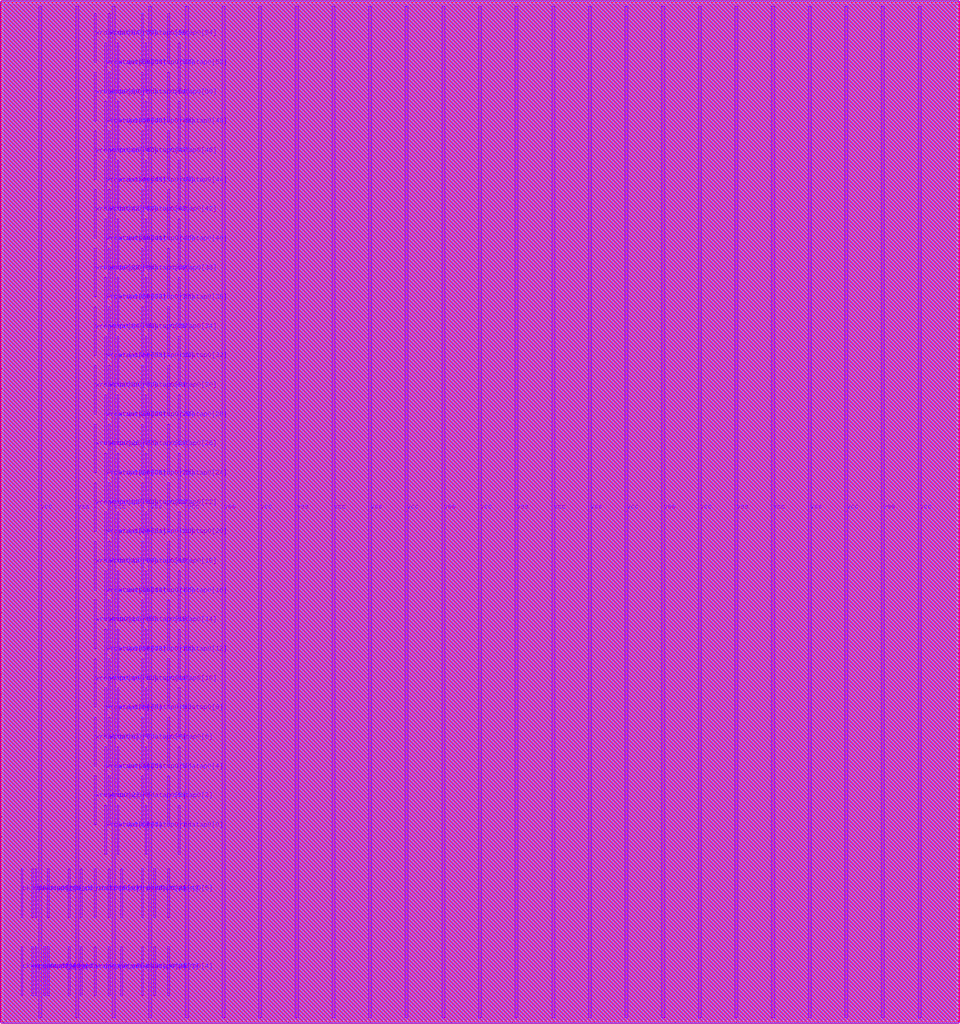
<source format=lef>
VERSION 5.8 ;
BUSBITCHARS "[]" ;
DIVIDERCHAR "/" ;

UNITS
  DATABASE MICRONS 4000 ;
END UNITS

MANUFACTURINGGRID 0.0005 ;

MACRO arf054b128e1r1w0cbbehraa4acw
  CLASS BLOCK ;
  ORIGIN 0 0 ;
  FOREIGN arf054b128e1r1w0cbbehraa4acw 0 0 ;
  SIZE 23.4 BY 24.96 ;
  PIN ckrdp0
    DIRECTION INPUT ;
    USE SIGNAL ;
    PORT
      LAYER m7 ;
        RECT 0.428 2.52 0.472 3.72 ;
    END
  END ckrdp0
  PIN ckwrp0
    DIRECTION INPUT ;
    USE SIGNAL ;
    PORT
      LAYER m7 ;
        RECT 0.428 0.6 0.472 1.8 ;
    END
  END ckwrp0
  PIN rdaddrp0[0]
    DIRECTION INPUT ;
    USE SIGNAL ;
    PORT
      LAYER m7 ;
        RECT 2.228 2.52 2.272 3.72 ;
    END
  END rdaddrp0[0]
  PIN rdaddrp0[1]
    DIRECTION INPUT ;
    USE SIGNAL ;
    PORT
      LAYER m7 ;
        RECT 2.572 2.52 2.616 3.72 ;
    END
  END rdaddrp0[1]
  PIN rdaddrp0[2]
    DIRECTION INPUT ;
    USE SIGNAL ;
    PORT
      LAYER m7 ;
        RECT 2.872 2.52 2.916 3.72 ;
    END
  END rdaddrp0[2]
  PIN rdaddrp0[3]
    DIRECTION INPUT ;
    USE SIGNAL ;
    PORT
      LAYER m7 ;
        RECT 3.384 2.52 3.428 3.72 ;
    END
  END rdaddrp0[3]
  PIN rdaddrp0[4]
    DIRECTION INPUT ;
    USE SIGNAL ;
    PORT
      LAYER m7 ;
        RECT 3.684 2.52 3.728 3.72 ;
    END
  END rdaddrp0[4]
  PIN rdaddrp0[5]
    DIRECTION INPUT ;
    USE SIGNAL ;
    PORT
      LAYER m7 ;
        RECT 4.028 2.52 4.072 3.72 ;
    END
  END rdaddrp0[5]
  PIN rdaddrp0[6]
    DIRECTION INPUT ;
    USE SIGNAL ;
    PORT
      LAYER m7 ;
        RECT 0.684 2.52 0.728 3.72 ;
    END
  END rdaddrp0[6]
  PIN rdaddrp0_fd
    DIRECTION INPUT ;
    USE SIGNAL ;
    PORT
      LAYER m7 ;
        RECT 0.772 2.52 0.816 3.72 ;
    END
  END rdaddrp0_fd
  PIN rdaddrp0_rd
    DIRECTION INPUT ;
    USE SIGNAL ;
    PORT
      LAYER m7 ;
        RECT 1.072 2.52 1.116 3.72 ;
    END
  END rdaddrp0_rd
  PIN rddatap0[0]
    DIRECTION OUTPUT ;
    USE SIGNAL ;
    PORT
      LAYER m7 ;
        RECT 4.284 4.08 4.328 5.28 ;
    END
  END rddatap0[0]
  PIN rddatap0[10]
    DIRECTION OUTPUT ;
    USE SIGNAL ;
    PORT
      LAYER m7 ;
        RECT 4.028 7.68 4.072 8.88 ;
    END
  END rddatap0[10]
  PIN rddatap0[11]
    DIRECTION OUTPUT ;
    USE SIGNAL ;
    PORT
      LAYER m7 ;
        RECT 3.384 7.68 3.428 8.88 ;
    END
  END rddatap0[11]
  PIN rddatap0[12]
    DIRECTION OUTPUT ;
    USE SIGNAL ;
    PORT
      LAYER m7 ;
        RECT 4.284 8.4 4.328 9.6 ;
    END
  END rddatap0[12]
  PIN rddatap0[13]
    DIRECTION OUTPUT ;
    USE SIGNAL ;
    PORT
      LAYER m7 ;
        RECT 3.472 8.4 3.516 9.6 ;
    END
  END rddatap0[13]
  PIN rddatap0[14]
    DIRECTION OUTPUT ;
    USE SIGNAL ;
    PORT
      LAYER m7 ;
        RECT 4.028 9.12 4.072 10.32 ;
    END
  END rddatap0[14]
  PIN rddatap0[15]
    DIRECTION OUTPUT ;
    USE SIGNAL ;
    PORT
      LAYER m7 ;
        RECT 3.384 9.12 3.428 10.32 ;
    END
  END rddatap0[15]
  PIN rddatap0[16]
    DIRECTION OUTPUT ;
    USE SIGNAL ;
    PORT
      LAYER m7 ;
        RECT 4.284 9.84 4.328 11.04 ;
    END
  END rddatap0[16]
  PIN rddatap0[17]
    DIRECTION OUTPUT ;
    USE SIGNAL ;
    PORT
      LAYER m7 ;
        RECT 3.472 9.84 3.516 11.04 ;
    END
  END rddatap0[17]
  PIN rddatap0[18]
    DIRECTION OUTPUT ;
    USE SIGNAL ;
    PORT
      LAYER m7 ;
        RECT 4.028 10.56 4.072 11.76 ;
    END
  END rddatap0[18]
  PIN rddatap0[19]
    DIRECTION OUTPUT ;
    USE SIGNAL ;
    PORT
      LAYER m7 ;
        RECT 3.384 10.56 3.428 11.76 ;
    END
  END rddatap0[19]
  PIN rddatap0[1]
    DIRECTION OUTPUT ;
    USE SIGNAL ;
    PORT
      LAYER m7 ;
        RECT 3.472 4.08 3.516 5.28 ;
    END
  END rddatap0[1]
  PIN rddatap0[20]
    DIRECTION OUTPUT ;
    USE SIGNAL ;
    PORT
      LAYER m7 ;
        RECT 4.284 11.28 4.328 12.48 ;
    END
  END rddatap0[20]
  PIN rddatap0[21]
    DIRECTION OUTPUT ;
    USE SIGNAL ;
    PORT
      LAYER m7 ;
        RECT 3.472 11.28 3.516 12.48 ;
    END
  END rddatap0[21]
  PIN rddatap0[22]
    DIRECTION OUTPUT ;
    USE SIGNAL ;
    PORT
      LAYER m7 ;
        RECT 4.028 12 4.072 13.2 ;
    END
  END rddatap0[22]
  PIN rddatap0[23]
    DIRECTION OUTPUT ;
    USE SIGNAL ;
    PORT
      LAYER m7 ;
        RECT 3.384 12 3.428 13.2 ;
    END
  END rddatap0[23]
  PIN rddatap0[24]
    DIRECTION OUTPUT ;
    USE SIGNAL ;
    PORT
      LAYER m7 ;
        RECT 4.284 12.72 4.328 13.92 ;
    END
  END rddatap0[24]
  PIN rddatap0[25]
    DIRECTION OUTPUT ;
    USE SIGNAL ;
    PORT
      LAYER m7 ;
        RECT 3.472 12.72 3.516 13.92 ;
    END
  END rddatap0[25]
  PIN rddatap0[26]
    DIRECTION OUTPUT ;
    USE SIGNAL ;
    PORT
      LAYER m7 ;
        RECT 4.028 13.44 4.072 14.64 ;
    END
  END rddatap0[26]
  PIN rddatap0[27]
    DIRECTION OUTPUT ;
    USE SIGNAL ;
    PORT
      LAYER m7 ;
        RECT 3.384 13.44 3.428 14.64 ;
    END
  END rddatap0[27]
  PIN rddatap0[28]
    DIRECTION OUTPUT ;
    USE SIGNAL ;
    PORT
      LAYER m7 ;
        RECT 4.284 14.16 4.328 15.36 ;
    END
  END rddatap0[28]
  PIN rddatap0[29]
    DIRECTION OUTPUT ;
    USE SIGNAL ;
    PORT
      LAYER m7 ;
        RECT 3.472 14.16 3.516 15.36 ;
    END
  END rddatap0[29]
  PIN rddatap0[2]
    DIRECTION OUTPUT ;
    USE SIGNAL ;
    PORT
      LAYER m7 ;
        RECT 4.028 4.8 4.072 6 ;
    END
  END rddatap0[2]
  PIN rddatap0[30]
    DIRECTION OUTPUT ;
    USE SIGNAL ;
    PORT
      LAYER m7 ;
        RECT 4.028 14.88 4.072 16.08 ;
    END
  END rddatap0[30]
  PIN rddatap0[31]
    DIRECTION OUTPUT ;
    USE SIGNAL ;
    PORT
      LAYER m7 ;
        RECT 3.384 14.88 3.428 16.08 ;
    END
  END rddatap0[31]
  PIN rddatap0[32]
    DIRECTION OUTPUT ;
    USE SIGNAL ;
    PORT
      LAYER m7 ;
        RECT 4.284 15.6 4.328 16.8 ;
    END
  END rddatap0[32]
  PIN rddatap0[33]
    DIRECTION OUTPUT ;
    USE SIGNAL ;
    PORT
      LAYER m7 ;
        RECT 3.472 15.6 3.516 16.8 ;
    END
  END rddatap0[33]
  PIN rddatap0[34]
    DIRECTION OUTPUT ;
    USE SIGNAL ;
    PORT
      LAYER m7 ;
        RECT 4.028 16.32 4.072 17.52 ;
    END
  END rddatap0[34]
  PIN rddatap0[35]
    DIRECTION OUTPUT ;
    USE SIGNAL ;
    PORT
      LAYER m7 ;
        RECT 3.384 16.32 3.428 17.52 ;
    END
  END rddatap0[35]
  PIN rddatap0[36]
    DIRECTION OUTPUT ;
    USE SIGNAL ;
    PORT
      LAYER m7 ;
        RECT 4.284 17.04 4.328 18.24 ;
    END
  END rddatap0[36]
  PIN rddatap0[37]
    DIRECTION OUTPUT ;
    USE SIGNAL ;
    PORT
      LAYER m7 ;
        RECT 3.472 17.04 3.516 18.24 ;
    END
  END rddatap0[37]
  PIN rddatap0[38]
    DIRECTION OUTPUT ;
    USE SIGNAL ;
    PORT
      LAYER m7 ;
        RECT 4.028 17.76 4.072 18.96 ;
    END
  END rddatap0[38]
  PIN rddatap0[39]
    DIRECTION OUTPUT ;
    USE SIGNAL ;
    PORT
      LAYER m7 ;
        RECT 3.384 17.76 3.428 18.96 ;
    END
  END rddatap0[39]
  PIN rddatap0[3]
    DIRECTION OUTPUT ;
    USE SIGNAL ;
    PORT
      LAYER m7 ;
        RECT 3.384 4.8 3.428 6 ;
    END
  END rddatap0[3]
  PIN rddatap0[40]
    DIRECTION OUTPUT ;
    USE SIGNAL ;
    PORT
      LAYER m7 ;
        RECT 4.284 18.48 4.328 19.68 ;
    END
  END rddatap0[40]
  PIN rddatap0[41]
    DIRECTION OUTPUT ;
    USE SIGNAL ;
    PORT
      LAYER m7 ;
        RECT 3.472 18.48 3.516 19.68 ;
    END
  END rddatap0[41]
  PIN rddatap0[42]
    DIRECTION OUTPUT ;
    USE SIGNAL ;
    PORT
      LAYER m7 ;
        RECT 4.028 19.2 4.072 20.4 ;
    END
  END rddatap0[42]
  PIN rddatap0[43]
    DIRECTION OUTPUT ;
    USE SIGNAL ;
    PORT
      LAYER m7 ;
        RECT 3.384 19.2 3.428 20.4 ;
    END
  END rddatap0[43]
  PIN rddatap0[44]
    DIRECTION OUTPUT ;
    USE SIGNAL ;
    PORT
      LAYER m7 ;
        RECT 4.284 19.92 4.328 21.12 ;
    END
  END rddatap0[44]
  PIN rddatap0[45]
    DIRECTION OUTPUT ;
    USE SIGNAL ;
    PORT
      LAYER m7 ;
        RECT 3.472 19.92 3.516 21.12 ;
    END
  END rddatap0[45]
  PIN rddatap0[46]
    DIRECTION OUTPUT ;
    USE SIGNAL ;
    PORT
      LAYER m7 ;
        RECT 4.028 20.64 4.072 21.84 ;
    END
  END rddatap0[46]
  PIN rddatap0[47]
    DIRECTION OUTPUT ;
    USE SIGNAL ;
    PORT
      LAYER m7 ;
        RECT 3.384 20.64 3.428 21.84 ;
    END
  END rddatap0[47]
  PIN rddatap0[48]
    DIRECTION OUTPUT ;
    USE SIGNAL ;
    PORT
      LAYER m7 ;
        RECT 4.284 21.36 4.328 22.56 ;
    END
  END rddatap0[48]
  PIN rddatap0[49]
    DIRECTION OUTPUT ;
    USE SIGNAL ;
    PORT
      LAYER m7 ;
        RECT 3.472 21.36 3.516 22.56 ;
    END
  END rddatap0[49]
  PIN rddatap0[4]
    DIRECTION OUTPUT ;
    USE SIGNAL ;
    PORT
      LAYER m7 ;
        RECT 4.284 5.52 4.328 6.72 ;
    END
  END rddatap0[4]
  PIN rddatap0[50]
    DIRECTION OUTPUT ;
    USE SIGNAL ;
    PORT
      LAYER m7 ;
        RECT 4.028 22.08 4.072 23.28 ;
    END
  END rddatap0[50]
  PIN rddatap0[51]
    DIRECTION OUTPUT ;
    USE SIGNAL ;
    PORT
      LAYER m7 ;
        RECT 3.384 22.08 3.428 23.28 ;
    END
  END rddatap0[51]
  PIN rddatap0[52]
    DIRECTION OUTPUT ;
    USE SIGNAL ;
    PORT
      LAYER m7 ;
        RECT 4.284 22.8 4.328 24 ;
    END
  END rddatap0[52]
  PIN rddatap0[53]
    DIRECTION OUTPUT ;
    USE SIGNAL ;
    PORT
      LAYER m7 ;
        RECT 3.472 22.8 3.516 24 ;
    END
  END rddatap0[53]
  PIN rddatap0[54]
    DIRECTION OUTPUT ;
    USE SIGNAL ;
    PORT
      LAYER m7 ;
        RECT 4.028 23.52 4.072 24.72 ;
    END
  END rddatap0[54]
  PIN rddatap0[55]
    DIRECTION OUTPUT ;
    USE SIGNAL ;
    PORT
      LAYER m7 ;
        RECT 3.384 23.52 3.428 24.72 ;
    END
  END rddatap0[55]
  PIN rddatap0[5]
    DIRECTION OUTPUT ;
    USE SIGNAL ;
    PORT
      LAYER m7 ;
        RECT 3.472 5.52 3.516 6.72 ;
    END
  END rddatap0[5]
  PIN rddatap0[6]
    DIRECTION OUTPUT ;
    USE SIGNAL ;
    PORT
      LAYER m7 ;
        RECT 4.028 6.24 4.072 7.44 ;
    END
  END rddatap0[6]
  PIN rddatap0[7]
    DIRECTION OUTPUT ;
    USE SIGNAL ;
    PORT
      LAYER m7 ;
        RECT 3.384 6.24 3.428 7.44 ;
    END
  END rddatap0[7]
  PIN rddatap0[8]
    DIRECTION OUTPUT ;
    USE SIGNAL ;
    PORT
      LAYER m7 ;
        RECT 4.284 6.96 4.328 8.16 ;
    END
  END rddatap0[8]
  PIN rddatap0[9]
    DIRECTION OUTPUT ;
    USE SIGNAL ;
    PORT
      LAYER m7 ;
        RECT 3.472 6.96 3.516 8.16 ;
    END
  END rddatap0[9]
  PIN rdenp0
    DIRECTION INPUT ;
    USE SIGNAL ;
    PORT
      LAYER m7 ;
        RECT 1.584 2.52 1.628 3.72 ;
    END
  END rdenp0
  PIN sdl_initp0
    DIRECTION INPUT ;
    USE SIGNAL ;
    PORT
      LAYER m7 ;
        RECT 1.884 2.52 1.928 3.72 ;
    END
  END sdl_initp0
  PIN vcc
    DIRECTION INPUT ;
    USE POWER ;
    PORT
      LAYER m7 ;
        RECT 22.462 0.06 22.538 24.9 ;
    END
    PORT
      LAYER m7 ;
        RECT 20.662 0.06 20.738 24.9 ;
    END
    PORT
      LAYER m7 ;
        RECT 18.862 0.06 18.938 24.9 ;
    END
    PORT
      LAYER m7 ;
        RECT 17.062 0.06 17.138 24.9 ;
    END
    PORT
      LAYER m7 ;
        RECT 15.262 0.06 15.338 24.9 ;
    END
    PORT
      LAYER m7 ;
        RECT 13.462 0.06 13.538 24.9 ;
    END
    PORT
      LAYER m7 ;
        RECT 11.662 0.06 11.738 24.9 ;
    END
    PORT
      LAYER m7 ;
        RECT 9.862 0.06 9.938 24.9 ;
    END
    PORT
      LAYER m7 ;
        RECT 8.062 0.06 8.138 24.9 ;
    END
    PORT
      LAYER m7 ;
        RECT 6.262 0.06 6.338 24.9 ;
    END
    PORT
      LAYER m7 ;
        RECT 4.462 0.06 4.538 24.9 ;
    END
    PORT
      LAYER m7 ;
        RECT 2.662 0.06 2.738 24.9 ;
    END
    PORT
      LAYER m7 ;
        RECT 0.862 0.06 0.938 24.9 ;
    END
  END vcc
  PIN vss
    DIRECTION INOUT ;
    USE GROUND ;
    PORT
      LAYER m7 ;
        RECT 21.562 0.06 21.638 24.9 ;
    END
    PORT
      LAYER m7 ;
        RECT 19.762 0.06 19.838 24.9 ;
    END
    PORT
      LAYER m7 ;
        RECT 17.962 0.06 18.038 24.9 ;
    END
    PORT
      LAYER m7 ;
        RECT 16.162 0.06 16.238 24.9 ;
    END
    PORT
      LAYER m7 ;
        RECT 14.362 0.06 14.438 24.9 ;
    END
    PORT
      LAYER m7 ;
        RECT 12.562 0.06 12.638 24.9 ;
    END
    PORT
      LAYER m7 ;
        RECT 10.762 0.06 10.838 24.9 ;
    END
    PORT
      LAYER m7 ;
        RECT 8.962 0.06 9.038 24.9 ;
    END
    PORT
      LAYER m7 ;
        RECT 7.162 0.06 7.238 24.9 ;
    END
    PORT
      LAYER m7 ;
        RECT 5.362 0.06 5.438 24.9 ;
    END
    PORT
      LAYER m7 ;
        RECT 3.562 0.06 3.638 24.9 ;
    END
    PORT
      LAYER m7 ;
        RECT 1.762 0.06 1.838 24.9 ;
    END
  END vss
  PIN wraddrp0[0]
    DIRECTION INPUT ;
    USE SIGNAL ;
    PORT
      LAYER m7 ;
        RECT 2.572 0.6 2.616 1.8 ;
    END
  END wraddrp0[0]
  PIN wraddrp0[1]
    DIRECTION INPUT ;
    USE SIGNAL ;
    PORT
      LAYER m7 ;
        RECT 2.872 0.6 2.916 1.8 ;
    END
  END wraddrp0[1]
  PIN wraddrp0[2]
    DIRECTION INPUT ;
    USE SIGNAL ;
    PORT
      LAYER m7 ;
        RECT 3.384 0.6 3.428 1.8 ;
    END
  END wraddrp0[2]
  PIN wraddrp0[3]
    DIRECTION INPUT ;
    USE SIGNAL ;
    PORT
      LAYER m7 ;
        RECT 3.684 0.6 3.728 1.8 ;
    END
  END wraddrp0[3]
  PIN wraddrp0[4]
    DIRECTION INPUT ;
    USE SIGNAL ;
    PORT
      LAYER m7 ;
        RECT 4.028 0.6 4.072 1.8 ;
    END
  END wraddrp0[4]
  PIN wraddrp0[5]
    DIRECTION INPUT ;
    USE SIGNAL ;
    PORT
      LAYER m7 ;
        RECT 0.684 0.6 0.728 1.8 ;
    END
  END wraddrp0[5]
  PIN wraddrp0[6]
    DIRECTION INPUT ;
    USE SIGNAL ;
    PORT
      LAYER m7 ;
        RECT 0.984 0.6 1.028 1.8 ;
    END
  END wraddrp0[6]
  PIN wraddrp0_fd
    DIRECTION INPUT ;
    USE SIGNAL ;
    PORT
      LAYER m7 ;
        RECT 0.772 0.6 0.816 1.8 ;
    END
  END wraddrp0_fd
  PIN wraddrp0_rd
    DIRECTION INPUT ;
    USE SIGNAL ;
    PORT
      LAYER m7 ;
        RECT 1.072 0.6 1.116 1.8 ;
    END
  END wraddrp0_rd
  PIN wrdatap0[0]
    DIRECTION INPUT ;
    USE SIGNAL ;
    PORT
      LAYER m7 ;
        RECT 2.484 4.08 2.528 5.28 ;
    END
  END wrdatap0[0]
  PIN wrdatap0[10]
    DIRECTION INPUT ;
    USE SIGNAL ;
    PORT
      LAYER m7 ;
        RECT 2.228 7.68 2.272 8.88 ;
    END
  END wrdatap0[10]
  PIN wrdatap0[11]
    DIRECTION INPUT ;
    USE SIGNAL ;
    PORT
      LAYER m7 ;
        RECT 2.572 7.68 2.616 8.88 ;
    END
  END wrdatap0[11]
  PIN wrdatap0[12]
    DIRECTION INPUT ;
    USE SIGNAL ;
    PORT
      LAYER m7 ;
        RECT 2.484 8.4 2.528 9.6 ;
    END
  END wrdatap0[12]
  PIN wrdatap0[13]
    DIRECTION INPUT ;
    USE SIGNAL ;
    PORT
      LAYER m7 ;
        RECT 2.784 8.4 2.828 9.6 ;
    END
  END wrdatap0[13]
  PIN wrdatap0[14]
    DIRECTION INPUT ;
    USE SIGNAL ;
    PORT
      LAYER m7 ;
        RECT 2.228 9.12 2.272 10.32 ;
    END
  END wrdatap0[14]
  PIN wrdatap0[15]
    DIRECTION INPUT ;
    USE SIGNAL ;
    PORT
      LAYER m7 ;
        RECT 2.572 9.12 2.616 10.32 ;
    END
  END wrdatap0[15]
  PIN wrdatap0[16]
    DIRECTION INPUT ;
    USE SIGNAL ;
    PORT
      LAYER m7 ;
        RECT 2.484 9.84 2.528 11.04 ;
    END
  END wrdatap0[16]
  PIN wrdatap0[17]
    DIRECTION INPUT ;
    USE SIGNAL ;
    PORT
      LAYER m7 ;
        RECT 2.784 9.84 2.828 11.04 ;
    END
  END wrdatap0[17]
  PIN wrdatap0[18]
    DIRECTION INPUT ;
    USE SIGNAL ;
    PORT
      LAYER m7 ;
        RECT 2.228 10.56 2.272 11.76 ;
    END
  END wrdatap0[18]
  PIN wrdatap0[19]
    DIRECTION INPUT ;
    USE SIGNAL ;
    PORT
      LAYER m7 ;
        RECT 2.572 10.56 2.616 11.76 ;
    END
  END wrdatap0[19]
  PIN wrdatap0[1]
    DIRECTION INPUT ;
    USE SIGNAL ;
    PORT
      LAYER m7 ;
        RECT 2.784 4.08 2.828 5.28 ;
    END
  END wrdatap0[1]
  PIN wrdatap0[20]
    DIRECTION INPUT ;
    USE SIGNAL ;
    PORT
      LAYER m7 ;
        RECT 2.484 11.28 2.528 12.48 ;
    END
  END wrdatap0[20]
  PIN wrdatap0[21]
    DIRECTION INPUT ;
    USE SIGNAL ;
    PORT
      LAYER m7 ;
        RECT 2.784 11.28 2.828 12.48 ;
    END
  END wrdatap0[21]
  PIN wrdatap0[22]
    DIRECTION INPUT ;
    USE SIGNAL ;
    PORT
      LAYER m7 ;
        RECT 2.228 12 2.272 13.2 ;
    END
  END wrdatap0[22]
  PIN wrdatap0[23]
    DIRECTION INPUT ;
    USE SIGNAL ;
    PORT
      LAYER m7 ;
        RECT 2.572 12 2.616 13.2 ;
    END
  END wrdatap0[23]
  PIN wrdatap0[24]
    DIRECTION INPUT ;
    USE SIGNAL ;
    PORT
      LAYER m7 ;
        RECT 2.484 12.72 2.528 13.92 ;
    END
  END wrdatap0[24]
  PIN wrdatap0[25]
    DIRECTION INPUT ;
    USE SIGNAL ;
    PORT
      LAYER m7 ;
        RECT 2.784 12.72 2.828 13.92 ;
    END
  END wrdatap0[25]
  PIN wrdatap0[26]
    DIRECTION INPUT ;
    USE SIGNAL ;
    PORT
      LAYER m7 ;
        RECT 2.228 13.44 2.272 14.64 ;
    END
  END wrdatap0[26]
  PIN wrdatap0[27]
    DIRECTION INPUT ;
    USE SIGNAL ;
    PORT
      LAYER m7 ;
        RECT 2.572 13.44 2.616 14.64 ;
    END
  END wrdatap0[27]
  PIN wrdatap0[28]
    DIRECTION INPUT ;
    USE SIGNAL ;
    PORT
      LAYER m7 ;
        RECT 2.484 14.16 2.528 15.36 ;
    END
  END wrdatap0[28]
  PIN wrdatap0[29]
    DIRECTION INPUT ;
    USE SIGNAL ;
    PORT
      LAYER m7 ;
        RECT 2.784 14.16 2.828 15.36 ;
    END
  END wrdatap0[29]
  PIN wrdatap0[2]
    DIRECTION INPUT ;
    USE SIGNAL ;
    PORT
      LAYER m7 ;
        RECT 2.228 4.8 2.272 6 ;
    END
  END wrdatap0[2]
  PIN wrdatap0[30]
    DIRECTION INPUT ;
    USE SIGNAL ;
    PORT
      LAYER m7 ;
        RECT 2.228 14.88 2.272 16.08 ;
    END
  END wrdatap0[30]
  PIN wrdatap0[31]
    DIRECTION INPUT ;
    USE SIGNAL ;
    PORT
      LAYER m7 ;
        RECT 2.572 14.88 2.616 16.08 ;
    END
  END wrdatap0[31]
  PIN wrdatap0[32]
    DIRECTION INPUT ;
    USE SIGNAL ;
    PORT
      LAYER m7 ;
        RECT 2.484 15.6 2.528 16.8 ;
    END
  END wrdatap0[32]
  PIN wrdatap0[33]
    DIRECTION INPUT ;
    USE SIGNAL ;
    PORT
      LAYER m7 ;
        RECT 2.784 15.6 2.828 16.8 ;
    END
  END wrdatap0[33]
  PIN wrdatap0[34]
    DIRECTION INPUT ;
    USE SIGNAL ;
    PORT
      LAYER m7 ;
        RECT 2.228 16.32 2.272 17.52 ;
    END
  END wrdatap0[34]
  PIN wrdatap0[35]
    DIRECTION INPUT ;
    USE SIGNAL ;
    PORT
      LAYER m7 ;
        RECT 2.572 16.32 2.616 17.52 ;
    END
  END wrdatap0[35]
  PIN wrdatap0[36]
    DIRECTION INPUT ;
    USE SIGNAL ;
    PORT
      LAYER m7 ;
        RECT 2.484 17.04 2.528 18.24 ;
    END
  END wrdatap0[36]
  PIN wrdatap0[37]
    DIRECTION INPUT ;
    USE SIGNAL ;
    PORT
      LAYER m7 ;
        RECT 2.784 17.04 2.828 18.24 ;
    END
  END wrdatap0[37]
  PIN wrdatap0[38]
    DIRECTION INPUT ;
    USE SIGNAL ;
    PORT
      LAYER m7 ;
        RECT 2.228 17.76 2.272 18.96 ;
    END
  END wrdatap0[38]
  PIN wrdatap0[39]
    DIRECTION INPUT ;
    USE SIGNAL ;
    PORT
      LAYER m7 ;
        RECT 2.572 17.76 2.616 18.96 ;
    END
  END wrdatap0[39]
  PIN wrdatap0[3]
    DIRECTION INPUT ;
    USE SIGNAL ;
    PORT
      LAYER m7 ;
        RECT 2.572 4.8 2.616 6 ;
    END
  END wrdatap0[3]
  PIN wrdatap0[40]
    DIRECTION INPUT ;
    USE SIGNAL ;
    PORT
      LAYER m7 ;
        RECT 2.484 18.48 2.528 19.68 ;
    END
  END wrdatap0[40]
  PIN wrdatap0[41]
    DIRECTION INPUT ;
    USE SIGNAL ;
    PORT
      LAYER m7 ;
        RECT 2.784 18.48 2.828 19.68 ;
    END
  END wrdatap0[41]
  PIN wrdatap0[42]
    DIRECTION INPUT ;
    USE SIGNAL ;
    PORT
      LAYER m7 ;
        RECT 2.228 19.2 2.272 20.4 ;
    END
  END wrdatap0[42]
  PIN wrdatap0[43]
    DIRECTION INPUT ;
    USE SIGNAL ;
    PORT
      LAYER m7 ;
        RECT 2.572 19.2 2.616 20.4 ;
    END
  END wrdatap0[43]
  PIN wrdatap0[44]
    DIRECTION INPUT ;
    USE SIGNAL ;
    PORT
      LAYER m7 ;
        RECT 2.484 19.92 2.528 21.12 ;
    END
  END wrdatap0[44]
  PIN wrdatap0[45]
    DIRECTION INPUT ;
    USE SIGNAL ;
    PORT
      LAYER m7 ;
        RECT 2.784 19.92 2.828 21.12 ;
    END
  END wrdatap0[45]
  PIN wrdatap0[46]
    DIRECTION INPUT ;
    USE SIGNAL ;
    PORT
      LAYER m7 ;
        RECT 2.228 20.64 2.272 21.84 ;
    END
  END wrdatap0[46]
  PIN wrdatap0[47]
    DIRECTION INPUT ;
    USE SIGNAL ;
    PORT
      LAYER m7 ;
        RECT 2.572 20.64 2.616 21.84 ;
    END
  END wrdatap0[47]
  PIN wrdatap0[48]
    DIRECTION INPUT ;
    USE SIGNAL ;
    PORT
      LAYER m7 ;
        RECT 2.484 21.36 2.528 22.56 ;
    END
  END wrdatap0[48]
  PIN wrdatap0[49]
    DIRECTION INPUT ;
    USE SIGNAL ;
    PORT
      LAYER m7 ;
        RECT 2.784 21.36 2.828 22.56 ;
    END
  END wrdatap0[49]
  PIN wrdatap0[4]
    DIRECTION INPUT ;
    USE SIGNAL ;
    PORT
      LAYER m7 ;
        RECT 2.484 5.52 2.528 6.72 ;
    END
  END wrdatap0[4]
  PIN wrdatap0[50]
    DIRECTION INPUT ;
    USE SIGNAL ;
    PORT
      LAYER m7 ;
        RECT 2.228 22.08 2.272 23.28 ;
    END
  END wrdatap0[50]
  PIN wrdatap0[51]
    DIRECTION INPUT ;
    USE SIGNAL ;
    PORT
      LAYER m7 ;
        RECT 2.572 22.08 2.616 23.28 ;
    END
  END wrdatap0[51]
  PIN wrdatap0[52]
    DIRECTION INPUT ;
    USE SIGNAL ;
    PORT
      LAYER m7 ;
        RECT 2.484 22.8 2.528 24 ;
    END
  END wrdatap0[52]
  PIN wrdatap0[53]
    DIRECTION INPUT ;
    USE SIGNAL ;
    PORT
      LAYER m7 ;
        RECT 2.784 22.8 2.828 24 ;
    END
  END wrdatap0[53]
  PIN wrdatap0[54]
    DIRECTION INPUT ;
    USE SIGNAL ;
    PORT
      LAYER m7 ;
        RECT 2.228 23.52 2.272 24.72 ;
    END
  END wrdatap0[54]
  PIN wrdatap0[55]
    DIRECTION INPUT ;
    USE SIGNAL ;
    PORT
      LAYER m7 ;
        RECT 2.572 23.52 2.616 24.72 ;
    END
  END wrdatap0[55]
  PIN wrdatap0[5]
    DIRECTION INPUT ;
    USE SIGNAL ;
    PORT
      LAYER m7 ;
        RECT 2.784 5.52 2.828 6.72 ;
    END
  END wrdatap0[5]
  PIN wrdatap0[6]
    DIRECTION INPUT ;
    USE SIGNAL ;
    PORT
      LAYER m7 ;
        RECT 2.228 6.24 2.272 7.44 ;
    END
  END wrdatap0[6]
  PIN wrdatap0[7]
    DIRECTION INPUT ;
    USE SIGNAL ;
    PORT
      LAYER m7 ;
        RECT 2.572 6.24 2.616 7.44 ;
    END
  END wrdatap0[7]
  PIN wrdatap0[8]
    DIRECTION INPUT ;
    USE SIGNAL ;
    PORT
      LAYER m7 ;
        RECT 2.484 6.96 2.528 8.16 ;
    END
  END wrdatap0[8]
  PIN wrdatap0[9]
    DIRECTION INPUT ;
    USE SIGNAL ;
    PORT
      LAYER m7 ;
        RECT 2.784 6.96 2.828 8.16 ;
    END
  END wrdatap0[9]
  PIN wrdatap0_fd
    DIRECTION INPUT ;
    USE SIGNAL ;
    PORT
      LAYER m7 ;
        RECT 1.884 0.6 1.928 1.8 ;
    END
  END wrdatap0_fd
  PIN wrdatap0_rd
    DIRECTION INPUT ;
    USE SIGNAL ;
    PORT
      LAYER m7 ;
        RECT 2.228 0.6 2.272 1.8 ;
    END
  END wrdatap0_rd
  PIN wrenp0
    DIRECTION INPUT ;
    USE SIGNAL ;
    PORT
      LAYER m7 ;
        RECT 1.584 0.6 1.628 1.8 ;
    END
  END wrenp0
  OBS
    LAYER m0 SPACING 0 ;
      RECT 0 0 23.4 24.96 ;
    LAYER m1 SPACING 0 ;
      RECT 0 0 23.4 24.96 ;
    LAYER m2 SPACING 0 ;
      RECT -0.0705 -0.038 23.4705 24.998 ;
    LAYER m3 SPACING 0 ;
      RECT -0.035 -0.07 23.435 25.03 ;
    LAYER m4 SPACING 0 ;
      RECT -0.07 -0.038 23.47 24.998 ;
    LAYER m5 SPACING 0 ;
      RECT -0.059 -0.09 23.459 25.05 ;
    LAYER m6 SPACING 0 ;
      RECT -0.09 -0.062 23.49 25.022 ;
    LAYER m7 SPACING 0 ;
      RECT -0.092 -0.06 23.492 25.02 ;
  END
END arf054b128e1r1w0cbbehraa4acw
END LIBRARY

</source>
